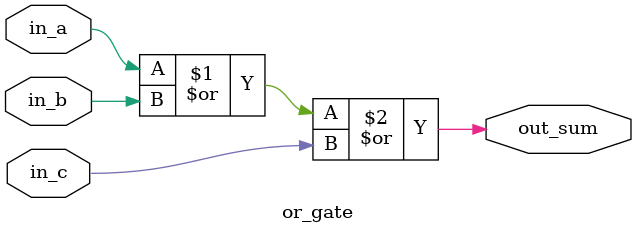
<source format=v>
module or_gate(
    in_a,
    in_b,
    in_c,
    out_sum
);

input in_a;
input in_b;
input in_c;
output out_sum;

assign out_sum = in_a | in_b | in_c;

endmodule
</source>
